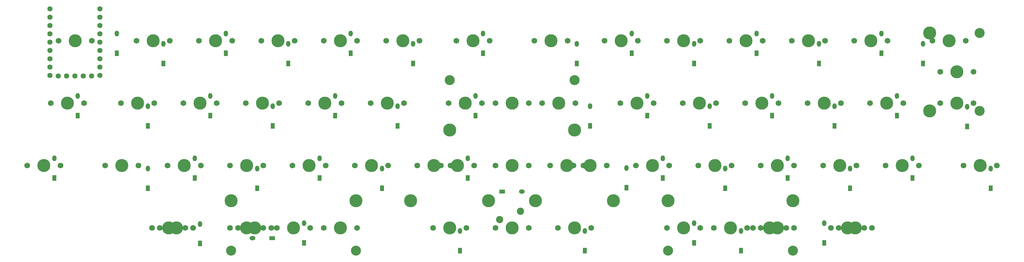
<source format=gbr>
%TF.GenerationSoftware,KiCad,Pcbnew,(7.0.0)*%
%TF.CreationDate,2024-02-27T23:11:25+01:00*%
%TF.ProjectId,NEC,4e45432e-6b69-4636-9164-5f7063625858,rev?*%
%TF.SameCoordinates,Original*%
%TF.FileFunction,Soldermask,Top*%
%TF.FilePolarity,Negative*%
%FSLAX46Y46*%
G04 Gerber Fmt 4.6, Leading zero omitted, Abs format (unit mm)*
G04 Created by KiCad (PCBNEW (7.0.0)) date 2024-02-27 23:11:25*
%MOMM*%
%LPD*%
G01*
G04 APERTURE LIST*
%ADD10R,1.300000X1.778000*%
%ADD11O,1.300000X1.778000*%
%ADD12O,1.778000X1.300000*%
%ADD13R,1.778000X1.300000*%
%ADD14C,1.750000*%
%ADD15C,3.987800*%
%ADD16C,3.048000*%
%ADD17C,2.200000*%
%ADD18C,1.600000*%
G04 APERTURE END LIST*
D10*
%TO.C,D51*%
X255587499Y-93487499D03*
D11*
X255587499Y-87487499D03*
%TD*%
D10*
%TO.C,D50*%
X230187499Y-95868749D03*
D11*
X230187499Y-89868749D03*
%TD*%
D10*
%TO.C,D49*%
X215899999Y-93487499D03*
D11*
X215899999Y-87487499D03*
%TD*%
D10*
%TO.C,D48*%
X182562499Y-95868749D03*
D11*
X182562499Y-89868749D03*
%TD*%
D10*
%TO.C,D47*%
X144462499Y-95868749D03*
D11*
X144462499Y-89868749D03*
%TD*%
D10*
%TO.C,D46*%
X96837499Y-93487499D03*
D11*
X96837499Y-87487499D03*
%TD*%
D12*
%TO.C,D45*%
X81137499Y-92074999D03*
D13*
X87137499Y-92074999D03*
%TD*%
D10*
%TO.C,D44*%
X65087499Y-93674999D03*
D11*
X65087499Y-87674999D03*
%TD*%
D10*
%TO.C,D43*%
X306387499Y-76818749D03*
D11*
X306387499Y-70818749D03*
%TD*%
D10*
%TO.C,D42*%
X282574999Y-73643749D03*
D11*
X282574999Y-67643749D03*
%TD*%
D10*
%TO.C,D41*%
X263524999Y-76818749D03*
D11*
X263524999Y-70818749D03*
%TD*%
D10*
%TO.C,D40*%
X244474999Y-73643749D03*
D11*
X244474999Y-67643749D03*
%TD*%
D10*
%TO.C,D39*%
X225424999Y-76818749D03*
D11*
X225424999Y-70818749D03*
%TD*%
D10*
%TO.C,D38*%
X206374999Y-73643749D03*
D11*
X206374999Y-67643749D03*
%TD*%
D10*
%TO.C,D37*%
X195262499Y-76631249D03*
D11*
X195262499Y-70631249D03*
%TD*%
D13*
%TO.C,D36*%
X157337499Y-77787499D03*
D12*
X163337499Y-77787499D03*
%TD*%
D10*
%TO.C,D35*%
X146811999Y-73643749D03*
D11*
X146811999Y-67643749D03*
%TD*%
D10*
%TO.C,D34*%
X120649999Y-76818749D03*
D11*
X120649999Y-70818749D03*
%TD*%
D10*
%TO.C,D33*%
X101599999Y-73643749D03*
D11*
X101599999Y-67643749D03*
%TD*%
D10*
%TO.C,D32*%
X82549999Y-76818749D03*
D11*
X82549999Y-70818749D03*
%TD*%
D10*
%TO.C,D31*%
X63499999Y-73643749D03*
D11*
X63499999Y-67643749D03*
%TD*%
D10*
%TO.C,D30*%
X49212499Y-76818749D03*
D11*
X49212499Y-70818749D03*
%TD*%
D10*
%TO.C,D29*%
X20637499Y-73643749D03*
D11*
X20637499Y-67643749D03*
%TD*%
D10*
%TO.C,D28*%
X299211999Y-57895749D03*
D11*
X299211999Y-51895749D03*
%TD*%
D10*
%TO.C,D27*%
X277812499Y-54593749D03*
D11*
X277812499Y-48593749D03*
%TD*%
D10*
%TO.C,D26*%
X258762499Y-57768749D03*
D11*
X258762499Y-51768749D03*
%TD*%
D10*
%TO.C,D25*%
X239712499Y-54593749D03*
D11*
X239712499Y-48593749D03*
%TD*%
D10*
%TO.C,D24*%
X220662499Y-57768749D03*
D11*
X220662499Y-51768749D03*
%TD*%
D10*
%TO.C,D23*%
X201612499Y-54593749D03*
D11*
X201612499Y-48593749D03*
%TD*%
D10*
%TO.C,D22*%
X184149999Y-57768749D03*
D11*
X184149999Y-51768749D03*
%TD*%
D10*
%TO.C,D21*%
X149224999Y-54593749D03*
D11*
X149224999Y-48593749D03*
%TD*%
D10*
%TO.C,D20*%
X125412499Y-57768749D03*
D11*
X125412499Y-51768749D03*
%TD*%
D10*
%TO.C,D19*%
X106362499Y-54593749D03*
D11*
X106362499Y-48593749D03*
%TD*%
D10*
%TO.C,D18*%
X87312499Y-57768749D03*
D11*
X87312499Y-51768749D03*
%TD*%
D10*
%TO.C,D17*%
X68262499Y-54593749D03*
D11*
X68262499Y-48593749D03*
%TD*%
D10*
%TO.C,D16*%
X49212499Y-57768749D03*
D11*
X49212499Y-51768749D03*
%TD*%
D10*
%TO.C,D15*%
X27812999Y-54593749D03*
D11*
X27812999Y-48593749D03*
%TD*%
D10*
%TO.C,D14*%
X285749999Y-38655249D03*
D11*
X285749999Y-32655249D03*
%TD*%
D10*
%TO.C,D13*%
X273049999Y-35543749D03*
D11*
X273049999Y-29543749D03*
%TD*%
D10*
%TO.C,D12*%
X253999999Y-38718749D03*
D11*
X253999999Y-32718749D03*
%TD*%
D10*
%TO.C,D11*%
X234949999Y-35543749D03*
D11*
X234949999Y-29543749D03*
%TD*%
D10*
%TO.C,D10*%
X215899999Y-38718749D03*
D11*
X215899999Y-32718749D03*
%TD*%
D10*
%TO.C,D9*%
X196849999Y-35543749D03*
D11*
X196849999Y-29543749D03*
%TD*%
D10*
%TO.C,D8*%
X180085999Y-38718749D03*
D11*
X180085999Y-32718749D03*
%TD*%
D10*
%TO.C,D7*%
X151510999Y-35543749D03*
D11*
X151510999Y-29543749D03*
%TD*%
D10*
%TO.C,D6*%
X130174999Y-38718749D03*
D11*
X130174999Y-32718749D03*
%TD*%
D10*
%TO.C,D5*%
X111124999Y-35543749D03*
D11*
X111124999Y-29543749D03*
%TD*%
D10*
%TO.C,D4*%
X92074999Y-38718749D03*
D11*
X92074999Y-32718749D03*
%TD*%
D10*
%TO.C,D3*%
X73024999Y-35543749D03*
D11*
X73024999Y-29543749D03*
%TD*%
D10*
%TO.C,D2*%
X53974999Y-38718749D03*
D11*
X53974999Y-32718749D03*
%TD*%
D10*
%TO.C,D1*%
X39687499Y-35543749D03*
D11*
X39687499Y-29543749D03*
%TD*%
D14*
%TO.C,SW23*%
X193357500Y-50800000D03*
D15*
X198437500Y-50800000D03*
D14*
X203517500Y-50800000D03*
%TD*%
%TO.C,SW3*%
X64770000Y-31750000D03*
D15*
X69850000Y-31750000D03*
D14*
X74930000Y-31750000D03*
%TD*%
%TO.C,SW37*%
X179070000Y-69850000D03*
D15*
X184150000Y-69850000D03*
D14*
X189230000Y-69850000D03*
%TD*%
%TO.C,SW27*%
X269557500Y-50800000D03*
D15*
X274637500Y-50800000D03*
D14*
X279717500Y-50800000D03*
%TD*%
%TO.C,SW49(3)1*%
X221932500Y-88900000D03*
D15*
X227012500Y-88900000D03*
D14*
X232092500Y-88900000D03*
%TD*%
%TO.C,SW4*%
X83820000Y-31750000D03*
D15*
X88900000Y-31750000D03*
D14*
X93980000Y-31750000D03*
%TD*%
%TO.C,SW25*%
X231457500Y-50800000D03*
D15*
X236537500Y-50800000D03*
D14*
X241617500Y-50800000D03*
%TD*%
%TO.C,SW2*%
X45720000Y-31750000D03*
D15*
X50800000Y-31750000D03*
D14*
X55880000Y-31750000D03*
%TD*%
%TO.C,SW29*%
X12382500Y-69850000D03*
D15*
X17462500Y-69850000D03*
D14*
X22542500Y-69850000D03*
%TD*%
%TO.C,SW41*%
X255270000Y-69850000D03*
D15*
X260350000Y-69850000D03*
D14*
X265430000Y-69850000D03*
%TD*%
%TO.C,SW6*%
X121920000Y-31750000D03*
D15*
X127000000Y-31750000D03*
D14*
X132080000Y-31750000D03*
%TD*%
%TO.C,SW14(iso)1*%
X290989000Y-41275000D03*
D15*
X296069000Y-41275000D03*
D14*
X301149000Y-41275000D03*
%TD*%
%TO.C,SW46*%
X102870000Y-88900000D03*
D15*
X107950000Y-88900000D03*
D14*
X113030000Y-88900000D03*
%TD*%
%TO.C,SW40*%
X236220000Y-69850000D03*
D15*
X241300000Y-69850000D03*
D14*
X246380000Y-69850000D03*
%TD*%
%TO.C,SW46(3)1*%
X88582500Y-88900000D03*
D15*
X93662500Y-88900000D03*
D14*
X98742500Y-88900000D03*
%TD*%
%TO.C,SW44(1.25)1*%
X52865000Y-88900000D03*
D15*
X57945000Y-88900000D03*
D14*
X63025000Y-88900000D03*
%TD*%
%TO.C,SW36*%
X155257500Y-69850000D03*
D15*
X160337500Y-69850000D03*
D14*
X165417500Y-69850000D03*
%TD*%
%TO.C,SW22*%
X169545000Y-50800000D03*
D15*
X174625000Y-50800000D03*
D14*
X179705000Y-50800000D03*
%TD*%
%TO.C,SW26*%
X250507500Y-50800000D03*
D15*
X255587500Y-50800000D03*
D14*
X260667500Y-50800000D03*
%TD*%
%TO.C,SW48*%
X174307500Y-88900000D03*
D15*
X179387500Y-88900000D03*
D14*
X184467500Y-88900000D03*
%TD*%
%TO.C,SW30*%
X36195000Y-69850000D03*
D15*
X41275000Y-69850000D03*
D14*
X46355000Y-69850000D03*
%TD*%
%TO.C,SW10*%
X207645000Y-31750000D03*
D15*
X212725000Y-31750000D03*
D14*
X217805000Y-31750000D03*
%TD*%
%TO.C,SW21(3)1*%
X155257500Y-50800000D03*
D15*
X160337500Y-50800000D03*
D14*
X165417500Y-50800000D03*
%TD*%
%TO.C,SW37(1.75)1*%
X171928000Y-69850000D03*
D15*
X177008000Y-69850000D03*
D14*
X182088000Y-69850000D03*
%TD*%
%TO.C,SW35(1.75)1*%
X138590000Y-69850000D03*
D15*
X143670000Y-69850000D03*
D14*
X148750000Y-69850000D03*
%TD*%
%TO.C,SW15*%
X19526000Y-50800000D03*
D15*
X24606000Y-50800000D03*
D14*
X29686000Y-50800000D03*
%TD*%
%TO.C,SW49*%
X207645000Y-88900000D03*
D15*
X212725000Y-88900000D03*
D14*
X217805000Y-88900000D03*
%TD*%
%TO.C,SW20*%
X117157500Y-50800000D03*
D15*
X122237500Y-50800000D03*
D14*
X127317500Y-50800000D03*
%TD*%
%TO.C,SW42*%
X274320000Y-69850000D03*
D15*
X279400000Y-69850000D03*
D14*
X284480000Y-69850000D03*
%TD*%
%TO.C,SW51(1.25)2*%
X257650000Y-88900000D03*
D15*
X262730000Y-88900000D03*
D14*
X267810000Y-88900000D03*
%TD*%
%TO.C,SW8*%
X167163000Y-31750000D03*
D15*
X172243000Y-31750000D03*
D14*
X177323000Y-31750000D03*
%TD*%
%TO.C,SW16*%
X40957500Y-50800000D03*
D15*
X46037500Y-50800000D03*
D14*
X51117500Y-50800000D03*
%TD*%
D16*
%TO.C,S4*%
X246062500Y-95885000D03*
D15*
X246062500Y-80645000D03*
D16*
X207962500Y-95885000D03*
D15*
X207962500Y-80645000D03*
%TD*%
%TO.C,S1*%
X153193750Y-80645000D03*
X129381250Y-80645000D03*
%TD*%
D14*
%TO.C,SW50(1.25)1*%
X233838000Y-88900000D03*
D15*
X238918000Y-88900000D03*
D14*
X243998000Y-88900000D03*
%TD*%
%TO.C,SW39*%
X217170000Y-69850000D03*
D15*
X222250000Y-69850000D03*
D14*
X227330000Y-69850000D03*
%TD*%
%TO.C,SW18*%
X79057500Y-50800000D03*
D15*
X84137500Y-50800000D03*
D14*
X89217500Y-50800000D03*
%TD*%
%TO.C,SW50*%
X236220000Y-88900000D03*
D15*
X241300000Y-88900000D03*
D14*
X246380000Y-88900000D03*
%TD*%
%TO.C,SW21*%
X140970000Y-50800000D03*
D15*
X146050000Y-50800000D03*
D14*
X151130000Y-50800000D03*
%TD*%
%TO.C,SW32*%
X74295000Y-69850000D03*
D15*
X79375000Y-69850000D03*
D14*
X84455000Y-69850000D03*
%TD*%
%TO.C,SW45*%
X74295000Y-88900000D03*
D15*
X79375000Y-88900000D03*
D14*
X84455000Y-88900000D03*
%TD*%
%TO.C,SW24*%
X212407500Y-50800000D03*
D15*
X217487500Y-50800000D03*
D14*
X222567500Y-50800000D03*
%TD*%
%TO.C,SW44*%
X50482500Y-88900000D03*
D15*
X55562500Y-88900000D03*
D14*
X60642500Y-88900000D03*
%TD*%
%TO.C,SW12*%
X245745000Y-31750000D03*
D15*
X250825000Y-31750000D03*
D14*
X255905000Y-31750000D03*
%TD*%
%TO.C,SW9*%
X188595000Y-31750000D03*
D15*
X193675000Y-31750000D03*
D14*
X198755000Y-31750000D03*
%TD*%
%TO.C,SW1*%
X21907500Y-31750000D03*
D15*
X26987500Y-31750000D03*
D14*
X32067500Y-31750000D03*
%TD*%
D16*
%TO.C,S3*%
X112712500Y-95885000D03*
D15*
X112712500Y-80645000D03*
D16*
X74612500Y-95885000D03*
D15*
X74612500Y-80645000D03*
%TD*%
D14*
%TO.C,SW7*%
X143351000Y-31750000D03*
D15*
X148431000Y-31750000D03*
D14*
X153511000Y-31750000D03*
%TD*%
%TO.C,SW44(4)1*%
X155257500Y-88900000D03*
D15*
X160337500Y-88900000D03*
D14*
X165417500Y-88900000D03*
D17*
X156527500Y-86360000D03*
X162877500Y-83820000D03*
%TD*%
D14*
%TO.C,SW19*%
X98107500Y-50800000D03*
D15*
X103187500Y-50800000D03*
D14*
X108267500Y-50800000D03*
%TD*%
%TO.C,SW43*%
X298132500Y-69850000D03*
D15*
X303212500Y-69850000D03*
D14*
X308292500Y-69850000D03*
%TD*%
%TO.C,SW47*%
X136207500Y-88900000D03*
D15*
X141287500Y-88900000D03*
D14*
X146367500Y-88900000D03*
%TD*%
D15*
%TO.C,S2*%
X191293750Y-80645000D03*
X167481250Y-80645000D03*
%TD*%
%TO.C,S6*%
X287814000Y-29368750D03*
X287814000Y-53181250D03*
D16*
X303054000Y-29368750D03*
X303054000Y-53181250D03*
%TD*%
D14*
%TO.C,SW34*%
X112395000Y-69850000D03*
D15*
X117475000Y-69850000D03*
D14*
X122555000Y-69850000D03*
%TD*%
%TO.C,SW35*%
X131445000Y-69850000D03*
D15*
X136525000Y-69850000D03*
D14*
X141605000Y-69850000D03*
%TD*%
%TO.C,SW38*%
X198120000Y-69850000D03*
D15*
X203200000Y-69850000D03*
D14*
X208280000Y-69850000D03*
%TD*%
%TO.C,SW17*%
X60007500Y-50800000D03*
D15*
X65087500Y-50800000D03*
D14*
X70167500Y-50800000D03*
%TD*%
%TO.C,SW5*%
X102870000Y-31750000D03*
D15*
X107950000Y-31750000D03*
D14*
X113030000Y-31750000D03*
%TD*%
%TO.C,SW51*%
X260032500Y-88900000D03*
D15*
X265112500Y-88900000D03*
D14*
X270192500Y-88900000D03*
%TD*%
%TO.C,SW14*%
X288608000Y-31750000D03*
D15*
X293688000Y-31750000D03*
D14*
X298768000Y-31750000D03*
%TD*%
%TO.C,SW13*%
X264795000Y-31750000D03*
D15*
X269875000Y-31750000D03*
D14*
X274955000Y-31750000D03*
%TD*%
%TO.C,SW28*%
X290988500Y-50800000D03*
D15*
X296068500Y-50800000D03*
D14*
X301148500Y-50800000D03*
%TD*%
%TO.C,SW33*%
X93345000Y-69850000D03*
D15*
X98425000Y-69850000D03*
D14*
X103505000Y-69850000D03*
%TD*%
%TO.C,SW45(1.25)1*%
X76677000Y-88900000D03*
D15*
X81757000Y-88900000D03*
D14*
X86837000Y-88900000D03*
%TD*%
D16*
%TO.C,S5*%
X141287500Y-43815000D03*
D15*
X141287500Y-59055000D03*
D16*
X179387500Y-43815000D03*
D15*
X179387500Y-59055000D03*
%TD*%
D14*
%TO.C,SW31*%
X55245000Y-69850000D03*
D15*
X60325000Y-69850000D03*
D14*
X65405000Y-69850000D03*
%TD*%
%TO.C,SW11*%
X226695000Y-31750000D03*
D15*
X231775000Y-31750000D03*
D14*
X236855000Y-31750000D03*
%TD*%
D18*
%TO.C,RZ1*%
X19272500Y-21990000D03*
X19272500Y-24530000D03*
X19272500Y-27070000D03*
X19272500Y-29610000D03*
X19272500Y-32150000D03*
X19272500Y-34690000D03*
X19272500Y-37230000D03*
X19272500Y-39770000D03*
X19272500Y-42310000D03*
X21812500Y-42520000D03*
X24352500Y-42520000D03*
X26892500Y-42520000D03*
X29432500Y-42520000D03*
X31972500Y-42520000D03*
X34512500Y-42310000D03*
X34512500Y-39770000D03*
X34512500Y-37230000D03*
X34512500Y-34690000D03*
X34512500Y-32150000D03*
X34512500Y-29610000D03*
X34512500Y-27070000D03*
X34512500Y-21990000D03*
X34512500Y-24530000D03*
%TD*%
M02*

</source>
